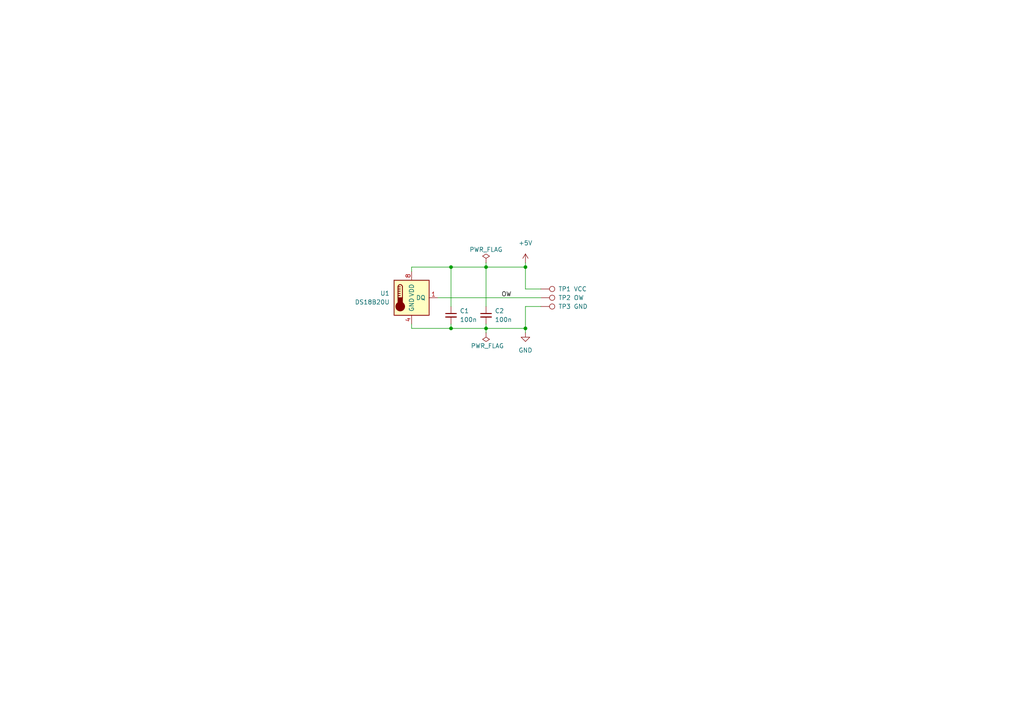
<source format=kicad_sch>
(kicad_sch (version 20211123) (generator eeschema)
  (paper "A4")
  (lib_symbols
    (symbol "Connector:TestPoint" (pin_numbers hide) (pin_names (offset 0.762) hide)
      (property "Reference" "TP" (at 0 6.858 0))
      (property "Value" "TestPoint" (at 0 5.08 0))
      (symbol "TestPoint_0_1"
        (circle (center 0 3.302) (radius 0.762))
      )
      (symbol "TestPoint_1_1"
        (pin passive line (at 0 0 90) (length 2.54) (name "1") (number "1"))
      )
    )
    (symbol "Device:C_Small" (pin_numbers hide) (pin_names (offset 0.254) hide)
      (property "Reference" "C" (at 0.254 1.778 0))
      (property "Value" "C_Small" (at 0.254 -2.032 0))
      (symbol "C_Small_0_1"
        (polyline (pts (xy -1.524 -0.508) (xy 1.524 -0.508)) (stroke (width 0.3302)))
        (polyline (pts (xy -1.524 0.508) (xy 1.524 0.508)) (stroke (width 0.3048)))
      )
      (symbol "C_Small_1_1"
        (pin passive line (at 0 2.54 270) (length 2.032) (name "~") (number "1"))
        (pin passive line (at 0 -2.54 90) (length 2.032) (name "~") (number "2"))
      )
    )
    (symbol "Sensor_Temperature:DS18B20U" (pin_names (offset 1.016))
      (property "Reference" "U" (at -3.81 6.35 0))
      (property "Value" "DS18B20U" (at 6.35 6.35 0))
      (symbol "DS18B20U_0_1"
        (rectangle (start -5.08 5.08) (end 5.08 -5.08) (stroke (width 0.254)) (fill (type background)))
        (circle (center -3.302 -2.54) (radius 1.27) (stroke (width 0.254)) (fill (type outline)))
        (rectangle (start -2.667 -1.905) (end -3.937 0) (stroke (width 0.254)) (fill (type outline)))
        (arc (start -2.667 3.175) (mid -3.302 3.81) (end -3.937 3.175) (stroke (width 0.254)))
        (polyline (pts (xy -3.937 0.635) (xy -3.302 0.635)) (stroke (width 0.254)))
        (polyline (pts (xy -3.937 1.27) (xy -3.302 1.27)) (stroke (width 0.254)))
        (polyline (pts (xy -3.937 1.905) (xy -3.302 1.905)) (stroke (width 0.254)))
        (polyline (pts (xy -3.937 2.54) (xy -3.302 2.54)) (stroke (width 0.254)))
        (polyline (pts (xy -3.937 3.175) (xy -3.937 0)) (stroke (width 0.254)))
        (polyline (pts (xy -3.937 3.175) (xy -3.302 3.175)) (stroke (width 0.254)))
        (polyline (pts (xy -2.667 3.175) (xy -2.667 0)) (stroke (width 0.254)))
      )
      (symbol "DS18B20U_1_1"
        (pin bidirectional line (at 7.62 0 180) (length 2.54) (name "DQ") (number "1"))
        (pin no_connect line (at -7.62 2.54 0) (length 2.54) hide (name "NC") (number "2"))
        (pin no_connect line (at -7.62 0 0) (length 2.54) hide (name "NC") (number "3"))
        (pin power_in line (at 0 -7.62 90) (length 2.54) (name "GND") (number "4"))
        (pin no_connect line (at -7.62 -2.54 0) (length 2.54) hide (name "NC") (number "5"))
        (pin no_connect line (at 7.62 2.54 180) (length 2.54) hide (name "NC") (number "6"))
        (pin no_connect line (at 7.62 -2.54 180) (length 2.54) hide (name "NC") (number "7"))
        (pin power_in line (at 0 7.62 270) (length 2.54) (name "VDD") (number "8"))
      )
    )
    (symbol "power:+5V" (power) (pin_names (offset 0))
      (property "Value" "+5V" (at 0 3.556 0))
      (symbol "+5V_0_1"
        (polyline (pts (xy -0.762 1.27) (xy 0 2.54)))
        (polyline (pts (xy 0 0) (xy 0 2.54)))
        (polyline (pts (xy 0 2.54) (xy 0.762 1.27)))
      )
      (symbol "+5V_1_1"
        (pin power_in line (at 0 0 90) (length 0) hide (name "+5V") (number "1"))
      )
    )
    (symbol "power:GND" (power) (pin_names (offset 0))
      (property "Value" "GND" (at 0 -3.81 0))
      (symbol "GND_0_1"
        (polyline (pts (xy 0 0) (xy 0 -1.27) (xy 1.27 -1.27) (xy 0 -2.54) (xy -1.27 -1.27) (xy 0 -1.27)))
      )
      (symbol "GND_1_1"
        (pin power_in line (at 0 0 270) (length 0) hide (name "GND") (number "1"))
      )
    )
    (symbol "power:PWR_FLAG" (power) (pin_numbers hide) (pin_names (offset 0) hide)
      (property "Value" "PWR_FLAG" (at 0 3.81 0))
      (symbol "PWR_FLAG_0_0"
        (pin power_out line (at 0 0 90) (length 0) (name "pwr") (number "1"))
      )
      (symbol "PWR_FLAG_0_1"
        (polyline (pts (xy 0 0) (xy 0 1.27) (xy -1.016 1.905) (xy 0 2.54) (xy 1.016 1.905) (xy 0 1.27)))
      )
    )
  )
  (junction (at 152.4 77.47))
  (junction (at 130.81 95.25))
  (junction (at 152.4 95.25))
  (junction (at 140.97 77.47))
  (junction (at 140.97 95.25))
  (junction (at 130.81 77.47))
  (wire (pts (xy 140.97 93.98) (xy 140.97 95.25)))
  (wire (pts (xy 140.97 95.25) (xy 130.81 95.25)))
  (wire (pts (xy 140.97 77.47) (xy 130.81 77.47)))
  (wire (pts (xy 140.97 88.9) (xy 140.97 77.47)))
  (wire (pts (xy 127 86.36) (xy 156.845 86.36)))
  (wire (pts (xy 119.38 95.25) (xy 119.38 93.98)))
  (wire (pts (xy 152.4 95.25) (xy 140.97 95.25)))
  (wire (pts (xy 152.4 76.2) (xy 152.4 77.47)))
  (wire (pts (xy 152.4 95.25) (xy 152.4 96.52)))
  (wire (pts (xy 130.81 95.25) (xy 119.38 95.25)))
  (wire (pts (xy 152.4 88.9) (xy 152.4 95.25)))
  (wire (pts (xy 152.4 77.47) (xy 140.97 77.47)))
  (wire (pts (xy 156.845 88.9) (xy 152.4 88.9)))
  (wire (pts (xy 130.81 93.98) (xy 130.81 95.25)))
  (wire (pts (xy 130.81 77.47) (xy 119.38 77.47)))
  (wire (pts (xy 140.97 76.2) (xy 140.97 77.47)))
  (wire (pts (xy 152.4 83.82) (xy 152.4 77.47)))
  (wire (pts (xy 156.845 83.82) (xy 152.4 83.82)))
  (wire (pts (xy 130.81 88.9) (xy 130.81 77.47)))
  (wire (pts (xy 119.38 77.47) (xy 119.38 78.74)))
  (wire (pts (xy 140.97 95.25) (xy 140.97 96.52)))
  (label "OW" (at 145.415 86.36 0))
  (symbol (lib_id "Device:C_Small") (at 140.97 91.44 0) (unit 1)
    (property "Reference" "C2" (at 143.51 90.1762 0) (effects (justify left)))
    (property "Value" "100n" (at 143.51 92.7162 0) (effects (justify left)))
    (property "Footprint" "Capacitor_SMD:C_0603_1608Metric_Pad1.08x0.95mm_HandSolder" (effects hide))
  )
  (symbol (lib_id "Sensor_Temperature:DS18B20U") (at 119.38 86.36 0) (unit 1)
    (property "Reference" "U1" (at 113.03 85.0899 0) (effects (justify right)))
    (property "Value" "DS18B20U" (at 113.03 87.6299 0) (effects (justify right)))
    (property "Footprint" "Package_SO:MSOP-8_3x3mm_P0.65mm" (effects hide))
    (property "Datasheet" "http://datasheets.maximintegrated.com/en/ds/DS18B20.pdf" (effects hide))
  )
  (symbol (lib_id "power:PWR_FLAG") (at 140.97 96.52 180) (unit 1)
    (property "Reference" "#FLG02" (effects hide))
    (property "Value" "PWR_FLAG" (at 136.525 100.33 0) (effects (justify right)))
  )
  (symbol (lib_id "Connector:TestPoint") (at 156.845 83.82 270) (unit 1)
    (property "Reference" "TP1" (at 161.925 83.82 90) (effects (justify left)))
    (property "Value" "VCC" (at 166.37 83.82 90) (effects (justify left)))
    (property "Footprint" "Connector_Wire:SolderWirePad_1x01_SMD_1x2mm" (effects hide))
  )
  (symbol (lib_id "power:+5V") (at 152.4 76.2 0) (unit 1)
    (property "Reference" "#PWR01" (effects hide))
    (property "Value" "+5V" (at 152.4 70.485 0))
  )
  (symbol (lib_id "power:GND") (at 152.4 96.52 0) (unit 1)
    (property "Reference" "#PWR02" (effects hide))
    (property "Value" "GND" (at 152.4 101.6 0))
  )
  (symbol (lib_id "Connector:TestPoint") (at 156.845 88.9 270) (unit 1)
    (property "Reference" "TP3" (at 161.925 88.9 90) (effects (justify left)))
    (property "Value" "GND" (at 166.37 88.9 90) (effects (justify left)))
    (property "Footprint" "Connector_Wire:SolderWirePad_1x01_SMD_1x2mm" (effects hide))
  )
  (symbol (lib_id "Connector:TestPoint") (at 156.845 86.36 270) (unit 1)
    (property "Reference" "TP2" (at 161.925 86.36 90) (effects (justify left)))
    (property "Value" "OW" (at 166.37 86.36 90) (effects (justify left)))
    (property "Footprint" "Connector_Wire:SolderWirePad_1x01_SMD_1x2mm" (effects hide))
  )
  (symbol (lib_id "power:PWR_FLAG") (at 140.97 76.2 0) (unit 1)
    (property "Reference" "#FLG01" (effects hide))
    (property "Value" "PWR_FLAG" (at 140.97 72.39 0))
  )
  (symbol (lib_id "Device:C_Small") (at 130.81 91.44 0) (unit 1)
    (property "Reference" "C1" (at 133.35 90.1762 0) (effects (justify left)))
    (property "Value" "100n" (at 133.35 92.7162 0) (effects (justify left)))
    (property "Footprint" "Capacitor_SMD:C_0603_1608Metric_Pad1.08x0.95mm_HandSolder" (effects hide))
  )
)
</source>
